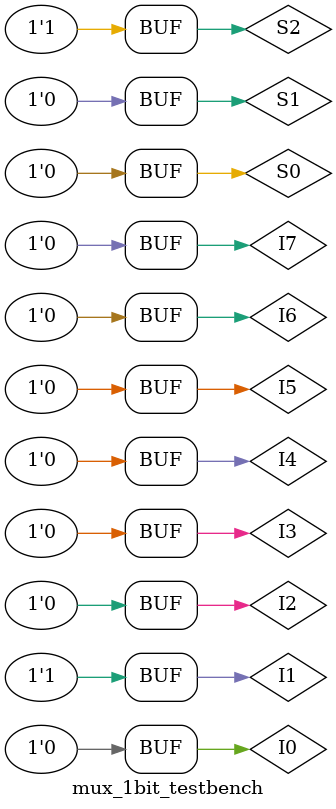
<source format=v>
`define DELAY 20
module mux_1bit_testbench(); 

reg   I0, I1, I2, I3, I4, I5, I6, I7;
reg   S0, S1, S2;
wire  out;

mux_1bit call_mux(out, I0, I1, I2, I3, I4, I5, I6, I7, S0, S1, S2);

initial begin
I0 = 1'b0; I1 = 1'b1; I2=1'b0; I3=1'b0; I4=1'b0; I5=1'b0; I6=1'b0; I7=1'b0; S0=1'b0; S1=1'b0; S2=1'b1; 
#`DELAY;

end
 
initial
begin
$monitor("time = %2d, I0 =%1b, I1=%1b, I2=%1b, I3=%1b, I4 =%1b, I5=%1b, I6=%1b, I7=%1b, S1=%1b, S2=%1b, S3=%1b and result=%1b", 
                  $time, I0, I1, I2, I3, I4, I5, I6, I7, S0, S1, S2, out);
end
 
endmodule
</source>
